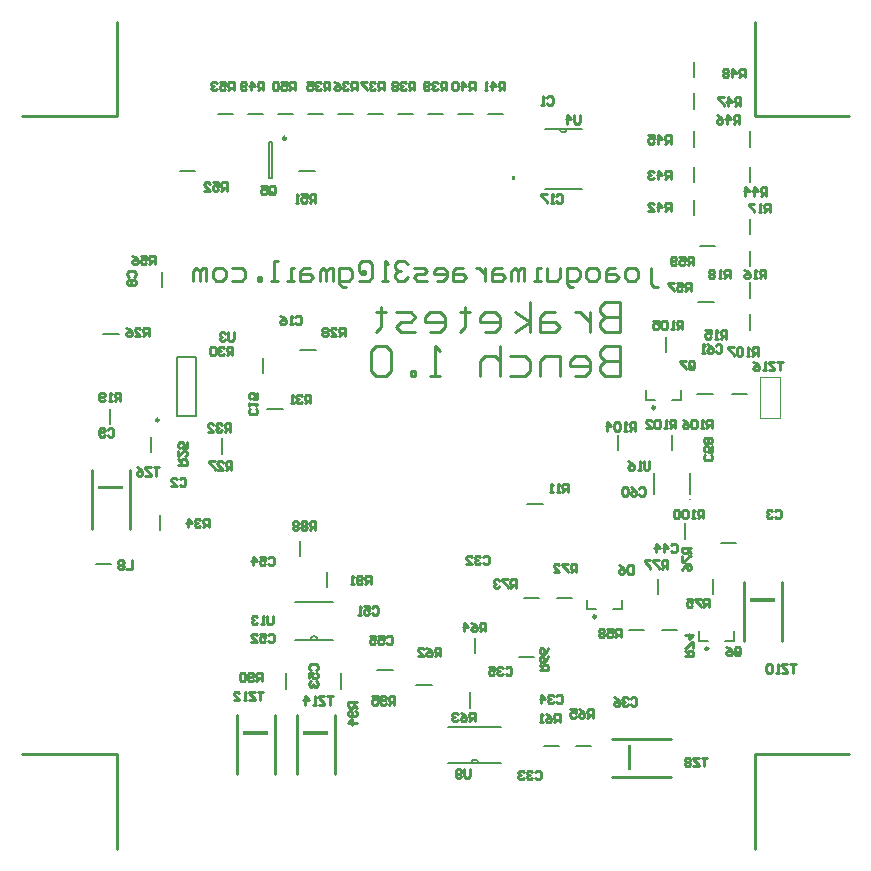
<source format=gbo>
G04 Layer_Color=32896*
%FSLAX44Y44*%
%MOMM*%
G71*
G01*
G75*
%ADD62C,0.1524*%
%ADD64C,0.2500*%
%ADD65C,0.2000*%
%ADD66C,0.2540*%
%ADD68C,0.0500*%
%ADD112C,0.1000*%
G36*
X258930Y96270D02*
X237900D01*
Y99302D01*
X258930D01*
Y96270D01*
D02*
G37*
G36*
X208130D02*
X187100D01*
Y99302D01*
X208130D01*
Y96270D01*
D02*
G37*
G36*
X515730Y66500D02*
X512698D01*
Y87529D01*
X515730D01*
Y66500D01*
D02*
G37*
G36*
X416852Y565845D02*
X414312D01*
Y569655D01*
X416852D01*
Y565845D01*
D02*
G37*
G36*
X85529Y304270D02*
X64500D01*
Y307302D01*
X85529D01*
Y304270D01*
D02*
G37*
G36*
X637529Y209270D02*
X616500D01*
Y212302D01*
X637529D01*
Y209270D01*
D02*
G37*
D62*
X454952Y609527D02*
G03*
X461048Y609527I3048J0D01*
G01*
X386048Y72506D02*
G03*
X379952Y72506I-3048J0D01*
G01*
X250048Y176998D02*
G03*
X243952Y176998I-3048J0D01*
G01*
X442447Y558473D02*
X473553D01*
X442447Y609527D02*
X473553D01*
X360521Y103494D02*
X405479D01*
X360521Y72506D02*
X405479D01*
X230998Y176998D02*
X263002D01*
X230998Y209002D02*
X263002D01*
D64*
X115750Y362950D02*
G03*
X115750Y362950I-1250J0D01*
G01*
X535750Y373500D02*
G03*
X535750Y373500I-1250J0D01*
G01*
X485750Y196500D02*
G03*
X485750Y196500I-1250J0D01*
G01*
X580750Y169500D02*
G03*
X580750Y169500I-1250J0D01*
G01*
X223250Y601500D02*
G03*
X223250Y601500I-1250J0D01*
G01*
D65*
X109000Y335500D02*
Y348500D01*
X235500Y422000D02*
X248500D01*
X131000Y416000D02*
X147000D01*
X131000Y366000D02*
X147000D01*
Y416000D01*
X131000Y366000D02*
Y416000D01*
X204000Y402500D02*
Y415500D01*
X600500Y385000D02*
X613500D01*
X165700Y622000D02*
X178700D01*
X241900D02*
X254900D01*
X191100D02*
X204100D01*
X216500D02*
X229500D01*
X234500Y574000D02*
X247500D01*
X267300Y622000D02*
X280300D01*
X292700D02*
X305700D01*
X318100D02*
X331100D01*
X343500D02*
X356500D01*
X368900D02*
X381900D01*
X394300D02*
X407300D01*
X569000Y653500D02*
Y666500D01*
Y626500D02*
Y639500D01*
X616000Y594500D02*
Y607500D01*
X569000Y594500D02*
Y607500D01*
X616000Y564500D02*
Y577500D01*
X569000Y564500D02*
Y577500D01*
Y536500D02*
Y549500D01*
X573500Y510000D02*
X586500D01*
X616000Y520500D02*
Y533500D01*
Y493500D02*
Y506500D01*
X572500Y463000D02*
X585500D01*
X616000Y466500D02*
Y479500D01*
Y439500D02*
Y452500D01*
X545000Y420500D02*
Y433500D01*
X528000Y380000D02*
Y388000D01*
Y380000D02*
X536000D01*
X558000D02*
Y388000D01*
X550000Y380000D02*
X558000D01*
X571500Y385000D02*
X584500D01*
X427500Y292000D02*
X440500D01*
X504000Y337500D02*
Y350500D01*
X550000Y337500D02*
Y350500D01*
X534500Y300000D02*
X535000D01*
X534500Y318000D02*
X535000D01*
X565000Y300000D02*
X565500D01*
X565000Y318000D02*
X565500D01*
Y300000D02*
Y318000D01*
X534500Y300000D02*
Y318000D01*
X561000Y262500D02*
Y275500D01*
X591500Y259000D02*
X604500D01*
X585000Y215500D02*
Y228500D01*
X538000Y215500D02*
Y228500D01*
X478000Y203000D02*
Y211000D01*
Y203000D02*
X486000D01*
X508000D02*
Y211000D01*
X500000Y203000D02*
X508000D01*
X424500Y212000D02*
X437500D01*
X452500D02*
X465500D01*
X573000Y176000D02*
Y184000D01*
Y176000D02*
X581000D01*
X603000D02*
Y184000D01*
X595000Y176000D02*
X603000D01*
X541500Y185000D02*
X554500D01*
X513500D02*
X526500D01*
X468500Y87000D02*
X481500D01*
X420500Y162000D02*
X433500D01*
X383000Y165500D02*
Y178500D01*
X441500Y87000D02*
X454500D01*
X379000Y119500D02*
Y132500D01*
X333500Y139000D02*
X346500D01*
X300500Y151000D02*
X313500D01*
X270000Y135500D02*
Y148500D01*
X223000Y135500D02*
Y148500D01*
X258000Y221500D02*
Y234500D01*
X235000Y247500D02*
Y260500D01*
X62500Y241000D02*
X75500D01*
X117000Y269500D02*
Y282500D01*
X207500Y372000D02*
X220500D01*
X169000Y334500D02*
Y347500D01*
X74000Y359500D02*
Y372500D01*
X68500Y436000D02*
X81500D01*
X118000Y475500D02*
Y488500D01*
X133500Y574000D02*
X146500D01*
X208500Y567500D02*
Y598500D01*
X211500Y567500D02*
Y598500D01*
X208500Y567500D02*
X211500D01*
X208500Y598500D02*
X211500D01*
D66*
X610960Y176000D02*
Y226000D01*
X643040Y176000D02*
Y226000D01*
X499000Y60960D02*
X549000D01*
X499000Y93040D02*
X549000D01*
X181560Y63000D02*
Y113000D01*
X213640Y63000D02*
Y113000D01*
X232360Y63000D02*
Y113000D01*
X264440Y63000D02*
Y113000D01*
X58960Y271000D02*
Y321000D01*
X91040Y271000D02*
Y321000D01*
X620000Y0D02*
Y80000D01*
X700000D01*
X620000Y620000D02*
X700000D01*
X620000D02*
Y700000D01*
X80000Y620000D02*
Y700000D01*
X0Y620000D02*
X80000D01*
X0Y80000D02*
X80000D01*
Y0D02*
Y80000D01*
X506460Y462498D02*
Y437106D01*
X493764D01*
X489532Y441338D01*
Y445570D01*
X493764Y449802D01*
X506460D01*
X493764D01*
X489532Y454034D01*
Y458266D01*
X493764Y462498D01*
X506460D01*
X481068Y454034D02*
Y437106D01*
Y445570D01*
X476836Y449802D01*
X472604Y454034D01*
X468372D01*
X451444D02*
X442980D01*
X438749Y449802D01*
Y437106D01*
X451444D01*
X455676Y441338D01*
X451444Y445570D01*
X438749D01*
X430285Y437106D02*
Y462498D01*
Y445570D02*
X417589Y454034D01*
X430285Y445570D02*
X417589Y437106D01*
X392197D02*
X400661D01*
X404893Y441338D01*
Y449802D01*
X400661Y454034D01*
X392197D01*
X387965Y449802D01*
Y445570D01*
X404893D01*
X375269Y458266D02*
Y454034D01*
X379501D01*
X371037D01*
X375269D01*
Y441338D01*
X371037Y437106D01*
X345645D02*
X354109D01*
X358341Y441338D01*
Y449802D01*
X354109Y454034D01*
X345645D01*
X341413Y449802D01*
Y445570D01*
X358341D01*
X332949Y437106D02*
X320253D01*
X316021Y441338D01*
X320253Y445570D01*
X328717D01*
X332949Y449802D01*
X328717Y454034D01*
X316021D01*
X303326Y458266D02*
Y454034D01*
X307558D01*
X299094D01*
X303326D01*
Y441338D01*
X299094Y437106D01*
X506460Y425932D02*
Y400540D01*
X493764D01*
X489532Y404772D01*
Y409004D01*
X493764Y413236D01*
X506460D01*
X493764D01*
X489532Y417468D01*
Y421700D01*
X493764Y425932D01*
X506460D01*
X468372Y400540D02*
X476836D01*
X481068Y404772D01*
Y413236D01*
X476836Y417468D01*
X468372D01*
X464140Y413236D01*
Y409004D01*
X481068D01*
X455676Y400540D02*
Y417468D01*
X442980D01*
X438749Y413236D01*
Y400540D01*
X413357Y417468D02*
X426053D01*
X430285Y413236D01*
Y404772D01*
X426053Y400540D01*
X413357D01*
X404893Y425932D02*
Y400540D01*
Y413236D01*
X400661Y417468D01*
X392197D01*
X387965Y413236D01*
Y400540D01*
X354109D02*
X345645D01*
X349877D01*
Y425932D01*
X354109Y421700D01*
X332949Y400540D02*
Y404772D01*
X328717D01*
Y400540D01*
X332949D01*
X311790Y421700D02*
X307558Y425932D01*
X299094D01*
X294862Y421700D01*
Y404772D01*
X299094Y400540D01*
X307558D01*
X311790Y404772D01*
Y421700D01*
X568000Y494000D02*
Y501110D01*
X564445D01*
X563260Y499925D01*
Y497555D01*
X564445Y496370D01*
X568000D01*
X565630D02*
X563260Y494000D01*
X556151Y501110D02*
X560890D01*
Y497555D01*
X558520Y498740D01*
X557336D01*
X556151Y497555D01*
Y495185D01*
X557336Y494000D01*
X559705D01*
X560890Y495185D01*
X553781D02*
X552596Y494000D01*
X550226D01*
X549041Y495185D01*
Y499925D01*
X550226Y501110D01*
X552596D01*
X553781Y499925D01*
Y498740D01*
X552596Y497555D01*
X549041D01*
X566000Y472000D02*
Y479110D01*
X562445D01*
X561260Y477925D01*
Y475555D01*
X562445Y474370D01*
X566000D01*
X563630D02*
X561260Y472000D01*
X554151Y479110D02*
X558890D01*
Y475555D01*
X556520Y476740D01*
X555336D01*
X554151Y475555D01*
Y473185D01*
X555336Y472000D01*
X557705D01*
X558890Y473185D01*
X551781Y479110D02*
X547041D01*
Y477925D01*
X551781Y473185D01*
Y472000D01*
X93000Y244110D02*
Y237000D01*
X88260D01*
X85890Y242925D02*
X84705Y244110D01*
X82335D01*
X81151Y242925D01*
Y241740D01*
X82335Y240555D01*
X81151Y239370D01*
Y238185D01*
X82335Y237000D01*
X84705D01*
X85890Y238185D01*
Y239370D01*
X84705Y240555D01*
X85890Y241740D01*
Y242925D01*
X84705Y240555D02*
X82335D01*
X599000Y483000D02*
Y490110D01*
X595445D01*
X594260Y488925D01*
Y486555D01*
X595445Y485370D01*
X599000D01*
X596630D02*
X594260Y483000D01*
X591890D02*
X589520D01*
X590705D01*
Y490110D01*
X591890Y488925D01*
X585966D02*
X584781Y490110D01*
X582411D01*
X581226Y488925D01*
Y487740D01*
X582411Y486555D01*
X581226Y485370D01*
Y484185D01*
X582411Y483000D01*
X584781D01*
X585966Y484185D01*
Y485370D01*
X584781Y486555D01*
X585966Y487740D01*
Y488925D01*
X584781Y486555D02*
X582411D01*
X633000Y539000D02*
Y546110D01*
X629445D01*
X628260Y544925D01*
Y542555D01*
X629445Y541370D01*
X633000D01*
X630630D02*
X628260Y539000D01*
X625890D02*
X623520D01*
X624705D01*
Y546110D01*
X625890Y544925D01*
X619966Y546110D02*
X615226D01*
Y544925D01*
X619966Y540185D01*
Y539000D01*
X629000Y483000D02*
Y490110D01*
X625445D01*
X624260Y488925D01*
Y486555D01*
X625445Y485370D01*
X629000D01*
X626630D02*
X624260Y483000D01*
X621890D02*
X619520D01*
X620705D01*
Y490110D01*
X621890Y488925D01*
X611226Y490110D02*
X613596Y488925D01*
X615966Y486555D01*
Y484185D01*
X614781Y483000D01*
X612411D01*
X611226Y484185D01*
Y485370D01*
X612411Y486555D01*
X615966D01*
X596000Y432000D02*
Y439110D01*
X592445D01*
X591260Y437925D01*
Y435555D01*
X592445Y434370D01*
X596000D01*
X593630D02*
X591260Y432000D01*
X588890D02*
X586520D01*
X587705D01*
Y439110D01*
X588890Y437925D01*
X578226Y439110D02*
X582966D01*
Y435555D01*
X580596Y436740D01*
X579411D01*
X578226Y435555D01*
Y433185D01*
X579411Y432000D01*
X581781D01*
X582966Y433185D01*
X531000Y328110D02*
Y322185D01*
X529815Y321000D01*
X527445D01*
X526260Y322185D01*
Y328110D01*
X523890Y321000D02*
X521520D01*
X522705D01*
Y328110D01*
X523890Y326925D01*
X513226Y328110D02*
X515596Y326925D01*
X517966Y324555D01*
Y322185D01*
X516781Y321000D01*
X514411D01*
X513226Y322185D01*
Y323370D01*
X514411Y324555D01*
X517966D01*
X212000Y197110D02*
Y191185D01*
X210815Y190000D01*
X208445D01*
X207260Y191185D01*
Y197110D01*
X204890Y190000D02*
X202520D01*
X203705D01*
Y197110D01*
X204890Y195925D01*
X198966D02*
X197781Y197110D01*
X195411D01*
X194226Y195925D01*
Y194740D01*
X195411Y193555D01*
X196596D01*
X195411D01*
X194226Y192370D01*
Y191185D01*
X195411Y190000D01*
X197781D01*
X198966Y191185D01*
X379000Y67110D02*
Y61185D01*
X377815Y60000D01*
X375445D01*
X374260Y61185D01*
Y67110D01*
X371890Y61185D02*
X370705Y60000D01*
X368335D01*
X367150Y61185D01*
Y65925D01*
X368335Y67110D01*
X370705D01*
X371890Y65925D01*
Y64740D01*
X370705Y63555D01*
X367150D01*
X472000Y621110D02*
Y615185D01*
X470815Y614000D01*
X468445D01*
X467260Y615185D01*
Y621110D01*
X461335Y614000D02*
Y621110D01*
X464890Y617555D01*
X460150D01*
X179000Y437110D02*
Y431185D01*
X177815Y430000D01*
X175445D01*
X174260Y431185D01*
Y437110D01*
X171890Y435925D02*
X170705Y437110D01*
X168335D01*
X167150Y435925D01*
Y434740D01*
X168335Y433555D01*
X169520D01*
X168335D01*
X167150Y432370D01*
Y431185D01*
X168335Y430000D01*
X170705D01*
X171890Y431185D01*
X644000Y412110D02*
X639260D01*
X641630D01*
Y405000D01*
X636890Y412110D02*
X632150D01*
Y410925D01*
X636890Y406185D01*
Y405000D01*
X632150D01*
X629781D02*
X627411D01*
X628596D01*
Y412110D01*
X629781Y410925D01*
X619116Y412110D02*
X621486Y410925D01*
X623856Y408555D01*
Y406185D01*
X622671Y405000D01*
X620301D01*
X619116Y406185D01*
Y407370D01*
X620301Y408555D01*
X623856D01*
X263000Y129110D02*
X258260D01*
X260630D01*
Y122000D01*
X255890Y129110D02*
X251150D01*
Y127925D01*
X255890Y123185D01*
Y122000D01*
X251150D01*
X248781D02*
X246411D01*
X247596D01*
Y129110D01*
X248781Y127925D01*
X239301Y122000D02*
Y129110D01*
X242856Y125555D01*
X238116D01*
X204000Y133110D02*
X199260D01*
X201630D01*
Y126000D01*
X196890Y133110D02*
X192150D01*
Y131925D01*
X196890Y127185D01*
Y126000D01*
X192150D01*
X189781D02*
X187411D01*
X188596D01*
Y133110D01*
X189781Y131925D01*
X179116Y126000D02*
X183856D01*
X179116Y130740D01*
Y131925D01*
X180301Y133110D01*
X182671D01*
X183856Y131925D01*
X655000Y156110D02*
X650260D01*
X652630D01*
Y149000D01*
X647890Y156110D02*
X643150D01*
Y154925D01*
X647890Y150185D01*
Y149000D01*
X643150D01*
X640781D02*
X638411D01*
X639596D01*
Y156110D01*
X640781Y154925D01*
X634856D02*
X633671Y156110D01*
X631301D01*
X630116Y154925D01*
Y150185D01*
X631301Y149000D01*
X633671D01*
X634856Y150185D01*
Y154925D01*
X580000Y77110D02*
X575260D01*
X577630D01*
Y70000D01*
X572890Y77110D02*
X568150D01*
Y75925D01*
X572890Y71185D01*
Y70000D01*
X568150D01*
X565781Y75925D02*
X564596Y77110D01*
X562226D01*
X561041Y75925D01*
Y74740D01*
X562226Y73555D01*
X561041Y72370D01*
Y71185D01*
X562226Y70000D01*
X564596D01*
X565781Y71185D01*
Y72370D01*
X564596Y73555D01*
X565781Y74740D01*
Y75925D01*
X564596Y73555D02*
X562226D01*
X116000Y323110D02*
X111260D01*
X113630D01*
Y316000D01*
X108890Y323110D02*
X104150D01*
Y321925D01*
X108890Y317185D01*
Y316000D01*
X104150D01*
X97041Y323110D02*
X99411Y321925D01*
X101781Y319555D01*
Y317185D01*
X100596Y316000D01*
X98226D01*
X97041Y317185D01*
Y318370D01*
X98226Y319555D01*
X101781D01*
X622729Y417556D02*
Y424666D01*
X619174D01*
X617989Y423481D01*
Y421111D01*
X619174Y419926D01*
X622729D01*
X620359D02*
X617989Y417556D01*
X615619D02*
X613250D01*
X614435D01*
Y424666D01*
X615619Y423481D01*
X609695D02*
X608510Y424666D01*
X606140D01*
X604955Y423481D01*
Y418741D01*
X606140Y417556D01*
X608510D01*
X609695Y418741D01*
Y423481D01*
X602585Y424666D02*
X597845D01*
Y423481D01*
X602585Y418741D01*
Y417556D01*
X584000Y356000D02*
Y363110D01*
X580445D01*
X579260Y361925D01*
Y359555D01*
X580445Y358370D01*
X584000D01*
X581630D02*
X579260Y356000D01*
X576890D02*
X574520D01*
X575705D01*
Y363110D01*
X576890Y361925D01*
X570966D02*
X569781Y363110D01*
X567411D01*
X566226Y361925D01*
Y357185D01*
X567411Y356000D01*
X569781D01*
X570966Y357185D01*
Y361925D01*
X559116Y363110D02*
X561486Y361925D01*
X563856Y359555D01*
Y357185D01*
X562671Y356000D01*
X560301D01*
X559116Y357185D01*
Y358370D01*
X560301Y359555D01*
X563856D01*
X559000Y440000D02*
Y447110D01*
X555445D01*
X554260Y445925D01*
Y443555D01*
X555445Y442370D01*
X559000D01*
X556630D02*
X554260Y440000D01*
X551890D02*
X549520D01*
X550705D01*
Y447110D01*
X551890Y445925D01*
X545966D02*
X544781Y447110D01*
X542411D01*
X541226Y445925D01*
Y441185D01*
X542411Y440000D01*
X544781D01*
X545966Y441185D01*
Y445925D01*
X534116Y447110D02*
X538856D01*
Y443555D01*
X536486Y444740D01*
X535301D01*
X534116Y443555D01*
Y441185D01*
X535301Y440000D01*
X537671D01*
X538856Y441185D01*
X519000Y354000D02*
Y361110D01*
X515445D01*
X514260Y359925D01*
Y357555D01*
X515445Y356370D01*
X519000D01*
X516630D02*
X514260Y354000D01*
X511890D02*
X509520D01*
X510705D01*
Y361110D01*
X511890Y359925D01*
X505966D02*
X504781Y361110D01*
X502411D01*
X501226Y359925D01*
Y355185D01*
X502411Y354000D01*
X504781D01*
X505966Y355185D01*
Y359925D01*
X495301Y354000D02*
Y361110D01*
X498856Y357555D01*
X494116D01*
X553000Y356000D02*
Y363110D01*
X549445D01*
X548260Y361925D01*
Y359555D01*
X549445Y358370D01*
X553000D01*
X550630D02*
X548260Y356000D01*
X545890D02*
X543520D01*
X544705D01*
Y363110D01*
X545890Y361925D01*
X539966D02*
X538781Y363110D01*
X536411D01*
X535226Y361925D01*
Y357185D01*
X536411Y356000D01*
X538781D01*
X539966Y357185D01*
Y361925D01*
X528116Y356000D02*
X532856D01*
X528116Y360740D01*
Y361925D01*
X529301Y363110D01*
X531671D01*
X532856Y361925D01*
X576455Y279767D02*
Y286877D01*
X572900D01*
X571716Y285692D01*
Y283322D01*
X572900Y282137D01*
X576455D01*
X574085D02*
X571716Y279767D01*
X569346D02*
X566976D01*
X568161D01*
Y286877D01*
X569346Y285692D01*
X563421D02*
X562236Y286877D01*
X559866D01*
X558681Y285692D01*
Y280952D01*
X559866Y279767D01*
X562236D01*
X563421Y280952D01*
Y285692D01*
X556311D02*
X555126Y286877D01*
X552756D01*
X551571Y285692D01*
Y280952D01*
X552756Y279767D01*
X555126D01*
X556311Y280952D01*
Y285692D01*
X315000Y122000D02*
Y129110D01*
X311445D01*
X310260Y127925D01*
Y125555D01*
X311445Y124370D01*
X315000D01*
X312630D02*
X310260Y122000D01*
X307890Y123185D02*
X306705Y122000D01*
X304335D01*
X303151Y123185D01*
Y127925D01*
X304335Y129110D01*
X306705D01*
X307890Y127925D01*
Y126740D01*
X306705Y125555D01*
X303151D01*
X296041Y129110D02*
X300781D01*
Y125555D01*
X298411Y126740D01*
X297226D01*
X296041Y125555D01*
Y123185D01*
X297226Y122000D01*
X299596D01*
X300781Y123185D01*
X283000Y124000D02*
X275890D01*
Y120445D01*
X277075Y119260D01*
X279445D01*
X280630Y120445D01*
Y124000D01*
Y121630D02*
X283000Y119260D01*
X281815Y116890D02*
X283000Y115705D01*
Y113336D01*
X281815Y112150D01*
X277075D01*
X275890Y113336D01*
Y115705D01*
X277075Y116890D01*
X278260D01*
X279445Y115705D01*
Y112150D01*
X283000Y106226D02*
X275890D01*
X279445Y109781D01*
Y105041D01*
X295000Y224000D02*
Y231110D01*
X291445D01*
X290260Y229925D01*
Y227555D01*
X291445Y226370D01*
X295000D01*
X292630D02*
X290260Y224000D01*
X287890Y225185D02*
X286705Y224000D01*
X284335D01*
X283151Y225185D01*
Y229925D01*
X284335Y231110D01*
X286705D01*
X287890Y229925D01*
Y228740D01*
X286705Y227555D01*
X283151D01*
X280781Y224000D02*
X278411D01*
X279596D01*
Y231110D01*
X280781Y229925D01*
X203000Y142000D02*
Y149110D01*
X199445D01*
X198260Y147925D01*
Y145555D01*
X199445Y144370D01*
X203000D01*
X200630D02*
X198260Y142000D01*
X195890Y143185D02*
X194705Y142000D01*
X192335D01*
X191150Y143185D01*
Y147925D01*
X192335Y149110D01*
X194705D01*
X195890Y147925D01*
Y146740D01*
X194705Y145555D01*
X191150D01*
X188781Y147925D02*
X187596Y149110D01*
X185226D01*
X184041Y147925D01*
Y143185D01*
X185226Y142000D01*
X187596D01*
X188781Y143185D01*
Y147925D01*
X248000Y270000D02*
Y277110D01*
X244445D01*
X243260Y275925D01*
Y273555D01*
X244445Y272370D01*
X248000D01*
X245630D02*
X243260Y270000D01*
X240890Y275925D02*
X239705Y277110D01*
X237335D01*
X236150Y275925D01*
Y274740D01*
X237335Y273555D01*
X236150Y272370D01*
Y271185D01*
X237335Y270000D01*
X239705D01*
X240890Y271185D01*
Y272370D01*
X239705Y273555D01*
X240890Y274740D01*
Y275925D01*
X239705Y273555D02*
X237335D01*
X233781Y275925D02*
X232596Y277110D01*
X230226D01*
X229041Y275925D01*
Y274740D01*
X230226Y273555D01*
X229041Y272370D01*
Y271185D01*
X230226Y270000D01*
X232596D01*
X233781Y271185D01*
Y272370D01*
X232596Y273555D01*
X233781Y274740D01*
Y275925D01*
X232596Y273555D02*
X230226D01*
X546000Y237000D02*
Y244110D01*
X542445D01*
X541260Y242925D01*
Y240555D01*
X542445Y239370D01*
X546000D01*
X543630D02*
X541260Y237000D01*
X538890Y244110D02*
X534151D01*
Y242925D01*
X538890Y238185D01*
Y237000D01*
X531781Y244110D02*
X527041D01*
Y242925D01*
X531781Y238185D01*
Y237000D01*
X566000Y255000D02*
X558890D01*
Y251445D01*
X560075Y250260D01*
X562445D01*
X563630Y251445D01*
Y255000D01*
Y252630D02*
X566000Y250260D01*
X558890Y247890D02*
Y243151D01*
X560075D01*
X564815Y247890D01*
X566000D01*
X558890Y236041D02*
X560075Y238411D01*
X562445Y240781D01*
X564815D01*
X566000Y239596D01*
Y237226D01*
X564815Y236041D01*
X563630D01*
X562445Y237226D01*
Y240781D01*
X581500Y204749D02*
Y211859D01*
X577945D01*
X576760Y210674D01*
Y208304D01*
X577945Y207119D01*
X581500D01*
X579130D02*
X576760Y204749D01*
X574390Y211859D02*
X569650D01*
Y210674D01*
X574390Y205934D01*
Y204749D01*
X562541Y211859D02*
X567281D01*
Y208304D01*
X564911Y209489D01*
X563726D01*
X562541Y208304D01*
Y205934D01*
X563726Y204749D01*
X566096D01*
X567281Y205934D01*
X561000Y163000D02*
X568110D01*
Y166555D01*
X566925Y167740D01*
X564555D01*
X563370Y166555D01*
Y163000D01*
Y165370D02*
X561000Y167740D01*
X568110Y170110D02*
Y174849D01*
X566925D01*
X562185Y170110D01*
X561000D01*
Y180774D02*
X568110D01*
X564555Y177219D01*
Y181959D01*
X418000Y221000D02*
Y228110D01*
X414445D01*
X413260Y226925D01*
Y224555D01*
X414445Y223370D01*
X418000D01*
X415630D02*
X413260Y221000D01*
X410890Y228110D02*
X406151D01*
Y226925D01*
X410890Y222185D01*
Y221000D01*
X403781Y226925D02*
X402596Y228110D01*
X400226D01*
X399041Y226925D01*
Y225740D01*
X400226Y224555D01*
X401411D01*
X400226D01*
X399041Y223370D01*
Y222185D01*
X400226Y221000D01*
X402596D01*
X403781Y222185D01*
X469000Y234000D02*
Y241110D01*
X465445D01*
X464260Y239925D01*
Y237555D01*
X465445Y236370D01*
X469000D01*
X466630D02*
X464260Y234000D01*
X461890Y241110D02*
X457150D01*
Y239925D01*
X461890Y235185D01*
Y234000D01*
X450041D02*
X454781D01*
X450041Y238740D01*
Y239925D01*
X451226Y241110D01*
X453596D01*
X454781Y239925D01*
X438000Y151000D02*
X445110D01*
Y154555D01*
X443925Y155740D01*
X441555D01*
X440370Y154555D01*
Y151000D01*
Y153370D02*
X438000Y155740D01*
X445110Y162850D02*
X443925Y160480D01*
X441555Y158110D01*
X439185D01*
X438000Y159295D01*
Y161665D01*
X439185Y162850D01*
X440370D01*
X441555Y161665D01*
Y158110D01*
X445110Y169959D02*
X443925Y167589D01*
X441555Y165219D01*
X439185D01*
X438000Y166404D01*
Y168774D01*
X439185Y169959D01*
X440370D01*
X441555Y168774D01*
Y165219D01*
X483000Y111000D02*
Y118110D01*
X479445D01*
X478260Y116925D01*
Y114555D01*
X479445Y113370D01*
X483000D01*
X480630D02*
X478260Y111000D01*
X471151Y118110D02*
X473520Y116925D01*
X475890Y114555D01*
Y112185D01*
X474705Y111000D01*
X472336D01*
X471151Y112185D01*
Y113370D01*
X472336Y114555D01*
X475890D01*
X464041Y118110D02*
X468781D01*
Y114555D01*
X466411Y115740D01*
X465226D01*
X464041Y114555D01*
Y112185D01*
X465226Y111000D01*
X467596D01*
X468781Y112185D01*
X392000Y184000D02*
Y191110D01*
X388445D01*
X387260Y189925D01*
Y187555D01*
X388445Y186370D01*
X392000D01*
X389630D02*
X387260Y184000D01*
X380150Y191110D02*
X382520Y189925D01*
X384890Y187555D01*
Y185185D01*
X383705Y184000D01*
X381335D01*
X380150Y185185D01*
Y186370D01*
X381335Y187555D01*
X384890D01*
X374226Y184000D02*
Y191110D01*
X377781Y187555D01*
X373041D01*
X383000Y108000D02*
Y115110D01*
X379445D01*
X378260Y113925D01*
Y111555D01*
X379445Y110370D01*
X383000D01*
X380630D02*
X378260Y108000D01*
X371151Y115110D02*
X373520Y113925D01*
X375890Y111555D01*
Y109185D01*
X374705Y108000D01*
X372336D01*
X371151Y109185D01*
Y110370D01*
X372336Y111555D01*
X375890D01*
X368781Y113925D02*
X367596Y115110D01*
X365226D01*
X364041Y113925D01*
Y112740D01*
X365226Y111555D01*
X366411D01*
X365226D01*
X364041Y110370D01*
Y109185D01*
X365226Y108000D01*
X367596D01*
X368781Y109185D01*
X354000Y163000D02*
Y170110D01*
X350445D01*
X349260Y168925D01*
Y166555D01*
X350445Y165370D01*
X354000D01*
X351630D02*
X349260Y163000D01*
X342150Y170110D02*
X344520Y168925D01*
X346890Y166555D01*
Y164185D01*
X345705Y163000D01*
X343335D01*
X342150Y164185D01*
Y165370D01*
X343335Y166555D01*
X346890D01*
X335041Y163000D02*
X339781D01*
X335041Y167740D01*
Y168925D01*
X336226Y170110D01*
X338596D01*
X339781Y168925D01*
X455000Y107000D02*
Y114110D01*
X451445D01*
X450260Y112925D01*
Y110555D01*
X451445Y109370D01*
X455000D01*
X452630D02*
X450260Y107000D01*
X443150Y114110D02*
X445520Y112925D01*
X447890Y110555D01*
Y108185D01*
X446705Y107000D01*
X444336D01*
X443150Y108185D01*
Y109370D01*
X444336Y110555D01*
X447890D01*
X440781Y107000D02*
X438411D01*
X439596D01*
Y114110D01*
X440781Y112925D01*
X507000Y179000D02*
Y186110D01*
X503445D01*
X502260Y184925D01*
Y182555D01*
X503445Y181370D01*
X507000D01*
X504630D02*
X502260Y179000D01*
X495150Y186110D02*
X499890D01*
Y182555D01*
X497520Y183740D01*
X496335D01*
X495150Y182555D01*
Y180185D01*
X496335Y179000D01*
X498705D01*
X499890Y180185D01*
X492781Y184925D02*
X491596Y186110D01*
X489226D01*
X488041Y184925D01*
Y183740D01*
X489226Y182555D01*
X488041Y181370D01*
Y180185D01*
X489226Y179000D01*
X491596D01*
X492781Y180185D01*
Y181370D01*
X491596Y182555D01*
X492781Y183740D01*
Y184925D01*
X491596Y182555D02*
X489226D01*
X112000Y495000D02*
Y502110D01*
X108445D01*
X107260Y500925D01*
Y498555D01*
X108445Y497370D01*
X112000D01*
X109630D02*
X107260Y495000D01*
X100150Y502110D02*
X104890D01*
Y498555D01*
X102520Y499740D01*
X101335D01*
X100150Y498555D01*
Y496185D01*
X101335Y495000D01*
X103705D01*
X104890Y496185D01*
X93041Y502110D02*
X95411Y500925D01*
X97781Y498555D01*
Y496185D01*
X96596Y495000D01*
X94226D01*
X93041Y496185D01*
Y497370D01*
X94226Y498555D01*
X97781D01*
X179000Y642000D02*
Y649110D01*
X175445D01*
X174260Y647925D01*
Y645555D01*
X175445Y644370D01*
X179000D01*
X176630D02*
X174260Y642000D01*
X167150Y649110D02*
X171890D01*
Y645555D01*
X169520Y646740D01*
X168335D01*
X167150Y645555D01*
Y643185D01*
X168335Y642000D01*
X170705D01*
X171890Y643185D01*
X164781Y647925D02*
X163596Y649110D01*
X161226D01*
X160041Y647925D01*
Y646740D01*
X161226Y645555D01*
X162411D01*
X161226D01*
X160041Y644370D01*
Y643185D01*
X161226Y642000D01*
X163596D01*
X164781Y643185D01*
X173000Y557000D02*
Y564110D01*
X169445D01*
X168260Y562925D01*
Y560555D01*
X169445Y559370D01*
X173000D01*
X170630D02*
X168260Y557000D01*
X161150Y564110D02*
X165890D01*
Y560555D01*
X163520Y561740D01*
X162335D01*
X161150Y560555D01*
Y558185D01*
X162335Y557000D01*
X164705D01*
X165890Y558185D01*
X154041Y557000D02*
X158781D01*
X154041Y561740D01*
Y562925D01*
X155226Y564110D01*
X157596D01*
X158781Y562925D01*
X248000Y547000D02*
Y554110D01*
X244445D01*
X243260Y552925D01*
Y550555D01*
X244445Y549370D01*
X248000D01*
X245630D02*
X243260Y547000D01*
X236150Y554110D02*
X240890D01*
Y550555D01*
X238520Y551740D01*
X237335D01*
X236150Y550555D01*
Y548185D01*
X237335Y547000D01*
X239705D01*
X240890Y548185D01*
X233781Y547000D02*
X231411D01*
X232596D01*
Y554110D01*
X233781Y552925D01*
X231000Y642000D02*
Y649110D01*
X227445D01*
X226260Y647925D01*
Y645555D01*
X227445Y644370D01*
X231000D01*
X228630D02*
X226260Y642000D01*
X219151Y649110D02*
X223890D01*
Y645555D01*
X221520Y646740D01*
X220335D01*
X219151Y645555D01*
Y643185D01*
X220335Y642000D01*
X222705D01*
X223890Y643185D01*
X216781Y647925D02*
X215596Y649110D01*
X213226D01*
X212041Y647925D01*
Y643185D01*
X213226Y642000D01*
X215596D01*
X216781Y643185D01*
Y647925D01*
X204000Y642000D02*
Y649110D01*
X200445D01*
X199260Y647925D01*
Y645555D01*
X200445Y644370D01*
X204000D01*
X201630D02*
X199260Y642000D01*
X193335D02*
Y649110D01*
X196890Y645555D01*
X192150D01*
X189781Y643185D02*
X188596Y642000D01*
X186226D01*
X185041Y643185D01*
Y647925D01*
X186226Y649110D01*
X188596D01*
X189781Y647925D01*
Y646740D01*
X188596Y645555D01*
X185041D01*
X612000Y653000D02*
Y660110D01*
X608445D01*
X607260Y658925D01*
Y656555D01*
X608445Y655370D01*
X612000D01*
X609630D02*
X607260Y653000D01*
X601335D02*
Y660110D01*
X604890Y656555D01*
X600150D01*
X597781Y658925D02*
X596596Y660110D01*
X594226D01*
X593041Y658925D01*
Y657740D01*
X594226Y656555D01*
X593041Y655370D01*
Y654185D01*
X594226Y653000D01*
X596596D01*
X597781Y654185D01*
Y655370D01*
X596596Y656555D01*
X597781Y657740D01*
Y658925D01*
X596596Y656555D02*
X594226D01*
X608000Y629000D02*
Y636110D01*
X604445D01*
X603260Y634925D01*
Y632555D01*
X604445Y631370D01*
X608000D01*
X605630D02*
X603260Y629000D01*
X597336D02*
Y636110D01*
X600890Y632555D01*
X596151D01*
X593781Y636110D02*
X589041D01*
Y634925D01*
X593781Y630185D01*
Y629000D01*
X607000Y614000D02*
Y621110D01*
X603445D01*
X602260Y619925D01*
Y617555D01*
X603445Y616370D01*
X607000D01*
X604630D02*
X602260Y614000D01*
X596335D02*
Y621110D01*
X599890Y617555D01*
X595150D01*
X588041Y621110D02*
X590411Y619925D01*
X592781Y617555D01*
Y615185D01*
X591596Y614000D01*
X589226D01*
X588041Y615185D01*
Y616370D01*
X589226Y617555D01*
X592781D01*
X549000Y597000D02*
Y604110D01*
X545445D01*
X544260Y602925D01*
Y600555D01*
X545445Y599370D01*
X549000D01*
X546630D02*
X544260Y597000D01*
X538335D02*
Y604110D01*
X541890Y600555D01*
X537150D01*
X530041Y604110D02*
X534781D01*
Y600555D01*
X532411Y601740D01*
X531226D01*
X530041Y600555D01*
Y598185D01*
X531226Y597000D01*
X533596D01*
X534781Y598185D01*
X630000Y553000D02*
Y560110D01*
X626445D01*
X625260Y558925D01*
Y556555D01*
X626445Y555370D01*
X630000D01*
X627630D02*
X625260Y553000D01*
X619336D02*
Y560110D01*
X622890Y556555D01*
X618150D01*
X612226Y553000D02*
Y560110D01*
X615781Y556555D01*
X611041D01*
X549000Y567000D02*
Y574110D01*
X545445D01*
X544260Y572925D01*
Y570555D01*
X545445Y569370D01*
X549000D01*
X546630D02*
X544260Y567000D01*
X538335D02*
Y574110D01*
X541890Y570555D01*
X537150D01*
X534781Y572925D02*
X533596Y574110D01*
X531226D01*
X530041Y572925D01*
Y571740D01*
X531226Y570555D01*
X532411D01*
X531226D01*
X530041Y569370D01*
Y568185D01*
X531226Y567000D01*
X533596D01*
X534781Y568185D01*
X549000Y540000D02*
Y547110D01*
X545445D01*
X544260Y545925D01*
Y543555D01*
X545445Y542370D01*
X549000D01*
X546630D02*
X544260Y540000D01*
X538335D02*
Y547110D01*
X541890Y543555D01*
X537150D01*
X530041Y540000D02*
X534781D01*
X530041Y544740D01*
Y545925D01*
X531226Y547110D01*
X533596D01*
X534781Y545925D01*
X408000Y642000D02*
Y649110D01*
X404445D01*
X403260Y647925D01*
Y645555D01*
X404445Y644370D01*
X408000D01*
X405630D02*
X403260Y642000D01*
X397336D02*
Y649110D01*
X400890Y645555D01*
X396151D01*
X393781Y642000D02*
X391411D01*
X392596D01*
Y649110D01*
X393781Y647925D01*
X383000Y642000D02*
Y649110D01*
X379445D01*
X378260Y647925D01*
Y645555D01*
X379445Y644370D01*
X383000D01*
X380630D02*
X378260Y642000D01*
X372336D02*
Y649110D01*
X375890Y645555D01*
X371151D01*
X368781Y647925D02*
X367596Y649110D01*
X365226D01*
X364041Y647925D01*
Y643185D01*
X365226Y642000D01*
X367596D01*
X368781Y643185D01*
Y647925D01*
X359000Y642000D02*
Y649110D01*
X355445D01*
X354260Y647925D01*
Y645555D01*
X355445Y644370D01*
X359000D01*
X356630D02*
X354260Y642000D01*
X351890Y647925D02*
X350705Y649110D01*
X348335D01*
X347150Y647925D01*
Y646740D01*
X348335Y645555D01*
X349520D01*
X348335D01*
X347150Y644370D01*
Y643185D01*
X348335Y642000D01*
X350705D01*
X351890Y643185D01*
X344781D02*
X343596Y642000D01*
X341226D01*
X340041Y643185D01*
Y647925D01*
X341226Y649110D01*
X343596D01*
X344781Y647925D01*
Y646740D01*
X343596Y645555D01*
X340041D01*
X332000Y642000D02*
Y649110D01*
X328445D01*
X327260Y647925D01*
Y645555D01*
X328445Y644370D01*
X332000D01*
X329630D02*
X327260Y642000D01*
X324890Y647925D02*
X323705Y649110D01*
X321335D01*
X320150Y647925D01*
Y646740D01*
X321335Y645555D01*
X322520D01*
X321335D01*
X320150Y644370D01*
Y643185D01*
X321335Y642000D01*
X323705D01*
X324890Y643185D01*
X317781Y647925D02*
X316596Y649110D01*
X314226D01*
X313041Y647925D01*
Y646740D01*
X314226Y645555D01*
X313041Y644370D01*
Y643185D01*
X314226Y642000D01*
X316596D01*
X317781Y643185D01*
Y644370D01*
X316596Y645555D01*
X317781Y646740D01*
Y647925D01*
X316596Y645555D02*
X314226D01*
X306000Y642000D02*
Y649110D01*
X302445D01*
X301260Y647925D01*
Y645555D01*
X302445Y644370D01*
X306000D01*
X303630D02*
X301260Y642000D01*
X298890Y647925D02*
X297705Y649110D01*
X295336D01*
X294151Y647925D01*
Y646740D01*
X295336Y645555D01*
X296520D01*
X295336D01*
X294151Y644370D01*
Y643185D01*
X295336Y642000D01*
X297705D01*
X298890Y643185D01*
X291781Y649110D02*
X287041D01*
Y647925D01*
X291781Y643185D01*
Y642000D01*
X283000D02*
Y649110D01*
X279445D01*
X278260Y647925D01*
Y645555D01*
X279445Y644370D01*
X283000D01*
X280630D02*
X278260Y642000D01*
X275890Y647925D02*
X274705Y649110D01*
X272335D01*
X271150Y647925D01*
Y646740D01*
X272335Y645555D01*
X273520D01*
X272335D01*
X271150Y644370D01*
Y643185D01*
X272335Y642000D01*
X274705D01*
X275890Y643185D01*
X264041Y649110D02*
X266411Y647925D01*
X268781Y645555D01*
Y643185D01*
X267596Y642000D01*
X265226D01*
X264041Y643185D01*
Y644370D01*
X265226Y645555D01*
X268781D01*
X260000Y642000D02*
Y649110D01*
X256445D01*
X255260Y647925D01*
Y645555D01*
X256445Y644370D01*
X260000D01*
X257630D02*
X255260Y642000D01*
X252890Y647925D02*
X251705Y649110D01*
X249335D01*
X248151Y647925D01*
Y646740D01*
X249335Y645555D01*
X250520D01*
X249335D01*
X248151Y644370D01*
Y643185D01*
X249335Y642000D01*
X251705D01*
X252890Y643185D01*
X241041Y649110D02*
X245781D01*
Y645555D01*
X243411Y646740D01*
X242226D01*
X241041Y645555D01*
Y643185D01*
X242226Y642000D01*
X244596D01*
X245781Y643185D01*
X158000Y272000D02*
Y279110D01*
X154445D01*
X153260Y277925D01*
Y275555D01*
X154445Y274370D01*
X158000D01*
X155630D02*
X153260Y272000D01*
X150890Y277925D02*
X149705Y279110D01*
X147335D01*
X146151Y277925D01*
Y276740D01*
X147335Y275555D01*
X148520D01*
X147335D01*
X146151Y274370D01*
Y273185D01*
X147335Y272000D01*
X149705D01*
X150890Y273185D01*
X140226Y272000D02*
Y279110D01*
X143781Y275555D01*
X139041D01*
X176000Y353000D02*
Y360110D01*
X172445D01*
X171260Y358925D01*
Y356555D01*
X172445Y355370D01*
X176000D01*
X173630D02*
X171260Y353000D01*
X168890Y358925D02*
X167705Y360110D01*
X165336D01*
X164151Y358925D01*
Y357740D01*
X165336Y356555D01*
X166520D01*
X165336D01*
X164151Y355370D01*
Y354185D01*
X165336Y353000D01*
X167705D01*
X168890Y354185D01*
X157041Y353000D02*
X161781D01*
X157041Y357740D01*
Y358925D01*
X158226Y360110D01*
X160596D01*
X161781Y358925D01*
X244000Y377000D02*
Y384110D01*
X240445D01*
X239260Y382925D01*
Y380555D01*
X240445Y379370D01*
X244000D01*
X241630D02*
X239260Y377000D01*
X236890Y382925D02*
X235705Y384110D01*
X233335D01*
X232150Y382925D01*
Y381740D01*
X233335Y380555D01*
X234520D01*
X233335D01*
X232150Y379370D01*
Y378185D01*
X233335Y377000D01*
X235705D01*
X236890Y378185D01*
X229781Y377000D02*
X227411D01*
X228596D01*
Y384110D01*
X229781Y382925D01*
X178000Y418000D02*
Y425110D01*
X174445D01*
X173260Y423925D01*
Y421555D01*
X174445Y420370D01*
X178000D01*
X175630D02*
X173260Y418000D01*
X170890Y423925D02*
X169705Y425110D01*
X167335D01*
X166150Y423925D01*
Y422740D01*
X167335Y421555D01*
X168520D01*
X167335D01*
X166150Y420370D01*
Y419185D01*
X167335Y418000D01*
X169705D01*
X170890Y419185D01*
X163781Y423925D02*
X162596Y425110D01*
X160226D01*
X159041Y423925D01*
Y419185D01*
X160226Y418000D01*
X162596D01*
X163781Y419185D01*
Y423925D01*
X273000Y434000D02*
Y441110D01*
X269445D01*
X268260Y439925D01*
Y437555D01*
X269445Y436370D01*
X273000D01*
X270630D02*
X268260Y434000D01*
X261150D02*
X265890D01*
X261150Y438740D01*
Y439925D01*
X262335Y441110D01*
X264705D01*
X265890Y439925D01*
X258781D02*
X257596Y441110D01*
X255226D01*
X254041Y439925D01*
Y438740D01*
X255226Y437555D01*
X254041Y436370D01*
Y435185D01*
X255226Y434000D01*
X257596D01*
X258781Y435185D01*
Y436370D01*
X257596Y437555D01*
X258781Y438740D01*
Y439925D01*
X257596Y437555D02*
X255226D01*
X177000Y321000D02*
Y328110D01*
X173445D01*
X172260Y326925D01*
Y324555D01*
X173445Y323370D01*
X177000D01*
X174630D02*
X172260Y321000D01*
X165151D02*
X169890D01*
X165151Y325740D01*
Y326925D01*
X166336Y328110D01*
X168705D01*
X169890Y326925D01*
X162781Y328110D02*
X158041D01*
Y326925D01*
X162781Y322185D01*
Y321000D01*
X107000Y434000D02*
Y441110D01*
X103445D01*
X102260Y439925D01*
Y437555D01*
X103445Y436370D01*
X107000D01*
X104630D02*
X102260Y434000D01*
X95150D02*
X99890D01*
X95150Y438740D01*
Y439925D01*
X96335Y441110D01*
X98705D01*
X99890Y439925D01*
X88041Y441110D02*
X90411Y439925D01*
X92781Y437555D01*
Y435185D01*
X91596Y434000D01*
X89226D01*
X88041Y435185D01*
Y436370D01*
X89226Y437555D01*
X92781D01*
X132000Y325000D02*
X139110D01*
Y328555D01*
X137925Y329740D01*
X135555D01*
X134370Y328555D01*
Y325000D01*
Y327370D02*
X132000Y329740D01*
Y336850D02*
Y332110D01*
X136740Y336850D01*
X137925D01*
X139110Y335665D01*
Y333295D01*
X137925Y332110D01*
X139110Y343959D02*
Y339219D01*
X135555D01*
X136740Y341589D01*
Y342774D01*
X135555Y343959D01*
X133185D01*
X132000Y342774D01*
Y340404D01*
X133185Y339219D01*
X83000Y379000D02*
Y386110D01*
X79445D01*
X78260Y384925D01*
Y382555D01*
X79445Y381370D01*
X83000D01*
X80630D02*
X78260Y379000D01*
X75890D02*
X73520D01*
X74705D01*
Y386110D01*
X75890Y384925D01*
X69966Y380185D02*
X68781Y379000D01*
X66411D01*
X65226Y380185D01*
Y384925D01*
X66411Y386110D01*
X68781D01*
X69966Y384925D01*
Y383740D01*
X68781Y382555D01*
X65226D01*
X462000Y302000D02*
Y309110D01*
X458445D01*
X457260Y307925D01*
Y305555D01*
X458445Y304370D01*
X462000D01*
X459630D02*
X457260Y302000D01*
X454890D02*
X452520D01*
X453705D01*
Y309110D01*
X454890Y307925D01*
X448965Y302000D02*
X446596D01*
X447781D01*
Y309110D01*
X448965Y307925D01*
X564260Y407185D02*
Y411925D01*
X565445Y413110D01*
X567815D01*
X569000Y411925D01*
Y407185D01*
X567815Y406000D01*
X565445D01*
X566630Y408370D02*
X564260Y406000D01*
X565445D02*
X564260Y407185D01*
X561890Y413110D02*
X557150D01*
Y411925D01*
X561890Y407185D01*
Y406000D01*
X603260Y165185D02*
Y169925D01*
X604445Y171110D01*
X606815D01*
X608000Y169925D01*
Y165185D01*
X606815Y164000D01*
X604445D01*
X605630Y166370D02*
X603260Y164000D01*
X604445D02*
X603260Y165185D01*
X596151Y171110D02*
X598520Y169925D01*
X600890Y167555D01*
Y165185D01*
X599705Y164000D01*
X597336D01*
X596151Y165185D01*
Y166370D01*
X597336Y167555D01*
X600890D01*
X209260Y555185D02*
Y559925D01*
X210445Y561110D01*
X212815D01*
X214000Y559925D01*
Y555185D01*
X212815Y554000D01*
X210445D01*
X211630Y556370D02*
X209260Y554000D01*
X210445D02*
X209260Y555185D01*
X202150Y561110D02*
X206890D01*
Y557555D01*
X204520Y558740D01*
X203335D01*
X202150Y557555D01*
Y555185D01*
X203335Y554000D01*
X205705D01*
X206890Y555185D01*
X517000Y240110D02*
Y233000D01*
X513445D01*
X512260Y234185D01*
Y238925D01*
X513445Y240110D01*
X517000D01*
X505150D02*
X507520Y238925D01*
X509890Y236555D01*
Y234185D01*
X508705Y233000D01*
X506335D01*
X505150Y234185D01*
Y235370D01*
X506335Y236555D01*
X509890D01*
X587260Y425925D02*
X588445Y427110D01*
X590815D01*
X592000Y425925D01*
Y421185D01*
X590815Y420000D01*
X588445D01*
X587260Y421185D01*
X580150Y427110D02*
X582520Y425925D01*
X584890Y423555D01*
Y421185D01*
X583705Y420000D01*
X581335D01*
X580150Y421185D01*
Y422370D01*
X581335Y423555D01*
X584890D01*
X577781Y420000D02*
X575411D01*
X576596D01*
Y427110D01*
X577781Y425925D01*
X522260Y304925D02*
X523445Y306110D01*
X525815D01*
X527000Y304925D01*
Y300185D01*
X525815Y299000D01*
X523445D01*
X522260Y300185D01*
X515150Y306110D02*
X517520Y304925D01*
X519890Y302555D01*
Y300185D01*
X518705Y299000D01*
X516335D01*
X515150Y300185D01*
Y301370D01*
X516335Y302555D01*
X519890D01*
X512781Y304925D02*
X511596Y306110D01*
X509226D01*
X508041Y304925D01*
Y300185D01*
X509226Y299000D01*
X511596D01*
X512781Y300185D01*
Y304925D01*
X582925Y333740D02*
X584110Y332555D01*
Y330185D01*
X582925Y329000D01*
X578185D01*
X577000Y330185D01*
Y332555D01*
X578185Y333740D01*
X584110Y340849D02*
Y336110D01*
X580555D01*
X581740Y338480D01*
Y339664D01*
X580555Y340849D01*
X578185D01*
X577000Y339664D01*
Y337295D01*
X578185Y336110D01*
X582925Y343219D02*
X584110Y344404D01*
Y346774D01*
X582925Y347959D01*
X581740D01*
X580555Y346774D01*
X579370Y347959D01*
X578185D01*
X577000Y346774D01*
Y344404D01*
X578185Y343219D01*
X579370D01*
X580555Y344404D01*
X581740Y343219D01*
X582925D01*
X580555Y344404D02*
Y346774D01*
X308260Y178925D02*
X309445Y180110D01*
X311815D01*
X313000Y178925D01*
Y174185D01*
X311815Y173000D01*
X309445D01*
X308260Y174185D01*
X301150Y180110D02*
X305890D01*
Y176555D01*
X303520Y177740D01*
X302335D01*
X301150Y176555D01*
Y174185D01*
X302335Y173000D01*
X304705D01*
X305890Y174185D01*
X294041Y180110D02*
X298781D01*
Y176555D01*
X296411Y177740D01*
X295226D01*
X294041Y176555D01*
Y174185D01*
X295226Y173000D01*
X297596D01*
X298781Y174185D01*
X208260Y245925D02*
X209445Y247110D01*
X211815D01*
X213000Y245925D01*
Y241185D01*
X211815Y240000D01*
X209445D01*
X208260Y241185D01*
X201150Y247110D02*
X205890D01*
Y243555D01*
X203520Y244740D01*
X202335D01*
X201150Y243555D01*
Y241185D01*
X202335Y240000D01*
X204705D01*
X205890Y241185D01*
X195226Y240000D02*
Y247110D01*
X198781Y243555D01*
X194041D01*
X244075Y151260D02*
X242890Y152445D01*
Y154815D01*
X244075Y156000D01*
X248815D01*
X250000Y154815D01*
Y152445D01*
X248815Y151260D01*
X242890Y144150D02*
Y148890D01*
X246445D01*
X245260Y146520D01*
Y145335D01*
X246445Y144150D01*
X248815D01*
X250000Y145335D01*
Y147705D01*
X248815Y148890D01*
X244075Y141781D02*
X242890Y140596D01*
Y138226D01*
X244075Y137041D01*
X245260D01*
X246445Y138226D01*
Y139411D01*
Y138226D01*
X247630Y137041D01*
X248815D01*
X250000Y138226D01*
Y140596D01*
X248815Y141781D01*
X208260Y180925D02*
X209445Y182110D01*
X211815D01*
X213000Y180925D01*
Y176185D01*
X211815Y175000D01*
X209445D01*
X208260Y176185D01*
X201150Y182110D02*
X205890D01*
Y178555D01*
X203520Y179740D01*
X202335D01*
X201150Y178555D01*
Y176185D01*
X202335Y175000D01*
X204705D01*
X205890Y176185D01*
X194041Y175000D02*
X198781D01*
X194041Y179740D01*
Y180925D01*
X195226Y182110D01*
X197596D01*
X198781Y180925D01*
X296260Y203925D02*
X297445Y205110D01*
X299815D01*
X301000Y203925D01*
Y199185D01*
X299815Y198000D01*
X297445D01*
X296260Y199185D01*
X289151Y205110D02*
X293890D01*
Y201555D01*
X291520Y202740D01*
X290336D01*
X289151Y201555D01*
Y199185D01*
X290336Y198000D01*
X292705D01*
X293890Y199185D01*
X286781Y198000D02*
X284411D01*
X285596D01*
Y205110D01*
X286781Y203925D01*
X549260Y256925D02*
X550445Y258110D01*
X552815D01*
X554000Y256925D01*
Y252185D01*
X552815Y251000D01*
X550445D01*
X549260Y252185D01*
X543335Y251000D02*
Y258110D01*
X546890Y254555D01*
X542150D01*
X536226Y251000D02*
Y258110D01*
X539781Y254555D01*
X535041D01*
X515260Y126925D02*
X516445Y128110D01*
X518815D01*
X520000Y126925D01*
Y122185D01*
X518815Y121000D01*
X516445D01*
X515260Y122185D01*
X512890Y126925D02*
X511705Y128110D01*
X509336D01*
X508150Y126925D01*
Y125740D01*
X509336Y124555D01*
X510520D01*
X509336D01*
X508150Y123370D01*
Y122185D01*
X509336Y121000D01*
X511705D01*
X512890Y122185D01*
X501041Y128110D02*
X503411Y126925D01*
X505781Y124555D01*
Y122185D01*
X504596Y121000D01*
X502226D01*
X501041Y122185D01*
Y123370D01*
X502226Y124555D01*
X505781D01*
X409260Y152925D02*
X410445Y154110D01*
X412815D01*
X414000Y152925D01*
Y148185D01*
X412815Y147000D01*
X410445D01*
X409260Y148185D01*
X406890Y152925D02*
X405705Y154110D01*
X403335D01*
X402150Y152925D01*
Y151740D01*
X403335Y150555D01*
X404520D01*
X403335D01*
X402150Y149370D01*
Y148185D01*
X403335Y147000D01*
X405705D01*
X406890Y148185D01*
X395041Y154110D02*
X399781D01*
Y150555D01*
X397411Y151740D01*
X396226D01*
X395041Y150555D01*
Y148185D01*
X396226Y147000D01*
X398596D01*
X399781Y148185D01*
X452260Y128925D02*
X453445Y130110D01*
X455815D01*
X457000Y128925D01*
Y124185D01*
X455815Y123000D01*
X453445D01*
X452260Y124185D01*
X449890Y128925D02*
X448705Y130110D01*
X446335D01*
X445150Y128925D01*
Y127740D01*
X446335Y126555D01*
X447520D01*
X446335D01*
X445150Y125370D01*
Y124185D01*
X446335Y123000D01*
X448705D01*
X449890Y124185D01*
X439226Y123000D02*
Y130110D01*
X442781Y126555D01*
X438041D01*
X434260Y64925D02*
X435445Y66110D01*
X437815D01*
X439000Y64925D01*
Y60185D01*
X437815Y59000D01*
X435445D01*
X434260Y60185D01*
X431890Y64925D02*
X430705Y66110D01*
X428335D01*
X427150Y64925D01*
Y63740D01*
X428335Y62555D01*
X429520D01*
X428335D01*
X427150Y61370D01*
Y60185D01*
X428335Y59000D01*
X430705D01*
X431890Y60185D01*
X424781Y64925D02*
X423596Y66110D01*
X421226D01*
X420041Y64925D01*
Y63740D01*
X421226Y62555D01*
X422411D01*
X421226D01*
X420041Y61370D01*
Y60185D01*
X421226Y59000D01*
X423596D01*
X424781Y60185D01*
X390260Y246925D02*
X391445Y248110D01*
X393815D01*
X395000Y246925D01*
Y242185D01*
X393815Y241000D01*
X391445D01*
X390260Y242185D01*
X387890Y246925D02*
X386705Y248110D01*
X384336D01*
X383150Y246925D01*
Y245740D01*
X384336Y244555D01*
X385520D01*
X384336D01*
X383150Y243370D01*
Y242185D01*
X384336Y241000D01*
X386705D01*
X387890Y242185D01*
X376041Y241000D02*
X380781D01*
X376041Y245740D01*
Y246925D01*
X377226Y248110D01*
X379596D01*
X380781Y246925D01*
X452260Y552925D02*
X453445Y554110D01*
X455815D01*
X457000Y552925D01*
Y548185D01*
X455815Y547000D01*
X453445D01*
X452260Y548185D01*
X449890Y547000D02*
X447520D01*
X448705D01*
Y554110D01*
X449890Y552925D01*
X443966Y554110D02*
X439226D01*
Y552925D01*
X443966Y548185D01*
Y547000D01*
X231260Y449925D02*
X232445Y451110D01*
X234815D01*
X236000Y449925D01*
Y445185D01*
X234815Y444000D01*
X232445D01*
X231260Y445185D01*
X228890Y444000D02*
X226520D01*
X227705D01*
Y451110D01*
X228890Y449925D01*
X218226Y451110D02*
X220596Y449925D01*
X222966Y447555D01*
Y445185D01*
X221781Y444000D01*
X219411D01*
X218226Y445185D01*
Y446370D01*
X219411Y447555D01*
X222966D01*
X197925Y372740D02*
X199110Y371555D01*
Y369185D01*
X197925Y368000D01*
X193185D01*
X192000Y369185D01*
Y371555D01*
X193185Y372740D01*
X192000Y375110D02*
Y377480D01*
Y376295D01*
X199110D01*
X197925Y375110D01*
X199110Y385774D02*
Y381034D01*
X195555D01*
X196740Y383404D01*
Y384589D01*
X195555Y385774D01*
X193185D01*
X192000Y384589D01*
Y382219D01*
X193185Y381034D01*
X72260Y354925D02*
X73445Y356110D01*
X75815D01*
X77000Y354925D01*
Y350185D01*
X75815Y349000D01*
X73445D01*
X72260Y350185D01*
X69890D02*
X68705Y349000D01*
X66336D01*
X65150Y350185D01*
Y354925D01*
X66336Y356110D01*
X68705D01*
X69890Y354925D01*
Y353740D01*
X68705Y352555D01*
X65150D01*
X90075Y484260D02*
X88890Y485445D01*
Y487815D01*
X90075Y489000D01*
X94815D01*
X96000Y487815D01*
Y485445D01*
X94815Y484260D01*
X90075Y481890D02*
X88890Y480705D01*
Y478335D01*
X90075Y477150D01*
X91260D01*
X92445Y478335D01*
X93630Y477150D01*
X94815D01*
X96000Y478335D01*
Y480705D01*
X94815Y481890D01*
X93630D01*
X92445Y480705D01*
X91260Y481890D01*
X90075D01*
X92445Y480705D02*
Y478335D01*
X637260Y285925D02*
X638445Y287110D01*
X640815D01*
X642000Y285925D01*
Y281185D01*
X640815Y280000D01*
X638445D01*
X637260Y281185D01*
X634890Y285925D02*
X633705Y287110D01*
X631335D01*
X630150Y285925D01*
Y284740D01*
X631335Y283555D01*
X632520D01*
X631335D01*
X630150Y282370D01*
Y281185D01*
X631335Y280000D01*
X633705D01*
X634890Y281185D01*
X444260Y635925D02*
X445445Y637110D01*
X447815D01*
X449000Y635925D01*
Y631185D01*
X447815Y630000D01*
X445445D01*
X444260Y631185D01*
X441890Y630000D02*
X439520D01*
X440705D01*
Y637110D01*
X441890Y635925D01*
X133260Y312925D02*
X134445Y314110D01*
X136815D01*
X138000Y312925D01*
Y308185D01*
X136815Y307000D01*
X134445D01*
X133260Y308185D01*
X126151Y307000D02*
X130890D01*
X126151Y311740D01*
Y312925D01*
X127336Y314110D01*
X129705D01*
X130890Y312925D01*
X538000Y475498D02*
X535249D01*
X532498Y478249D01*
Y492003D01*
X518745Y481000D02*
X513243D01*
X510492Y483751D01*
Y489252D01*
X513243Y492003D01*
X518745D01*
X521495Y489252D01*
Y483751D01*
X518745Y481000D01*
X502240Y492003D02*
X496738D01*
X493988Y489252D01*
Y481000D01*
X502240D01*
X504991Y483751D01*
X502240Y486502D01*
X493988D01*
X485735Y481000D02*
X480234D01*
X477483Y483751D01*
Y489252D01*
X480234Y492003D01*
X485735D01*
X488486Y489252D01*
Y483751D01*
X485735Y481000D01*
X466480Y475498D02*
X463729D01*
X460978Y478249D01*
Y492003D01*
X469231D01*
X471981Y489252D01*
Y483751D01*
X469231Y481000D01*
X460978D01*
X455477Y492003D02*
Y483751D01*
X452726Y481000D01*
X444474D01*
Y492003D01*
X438972Y481000D02*
X433470D01*
X436221D01*
Y492003D01*
X438972D01*
X425218Y481000D02*
Y492003D01*
X422467D01*
X419716Y489252D01*
Y481000D01*
Y489252D01*
X416966Y492003D01*
X414215Y489252D01*
Y481000D01*
X405963Y492003D02*
X400461D01*
X397710Y489252D01*
Y481000D01*
X405963D01*
X408713Y483751D01*
X405963Y486502D01*
X397710D01*
X392209Y492003D02*
Y481000D01*
Y486502D01*
X389458Y489252D01*
X386707Y492003D01*
X383956D01*
X372953D02*
X367452D01*
X364701Y489252D01*
Y481000D01*
X372953D01*
X375704Y483751D01*
X372953Y486502D01*
X364701D01*
X350947Y481000D02*
X356449D01*
X359199Y483751D01*
Y489252D01*
X356449Y492003D01*
X350947D01*
X348196Y489252D01*
Y486502D01*
X359199D01*
X342695Y481000D02*
X334442D01*
X331692Y483751D01*
X334442Y486502D01*
X339944D01*
X342695Y489252D01*
X339944Y492003D01*
X331692D01*
X326190Y494754D02*
X323439Y497505D01*
X317938D01*
X315187Y494754D01*
Y492003D01*
X317938Y489252D01*
X320689D01*
X317938D01*
X315187Y486502D01*
Y483751D01*
X317938Y481000D01*
X323439D01*
X326190Y483751D01*
X309685Y481000D02*
X304184D01*
X306935D01*
Y497505D01*
X309685Y494754D01*
X287679Y486502D02*
Y489252D01*
X290430D01*
Y486502D01*
X287679D01*
X284928Y489252D01*
Y494754D01*
X287679Y497505D01*
X293181D01*
X295931Y494754D01*
Y483751D01*
X293181Y481000D01*
X284928D01*
X273925Y475498D02*
X271175D01*
X268424Y478249D01*
Y492003D01*
X276676D01*
X279427Y489252D01*
Y483751D01*
X276676Y481000D01*
X268424D01*
X262922D02*
Y492003D01*
X260171D01*
X257421Y489252D01*
Y481000D01*
Y489252D01*
X254670Y492003D01*
X251919Y489252D01*
Y481000D01*
X243667Y492003D02*
X238165D01*
X235414Y489252D01*
Y481000D01*
X243667D01*
X246418Y483751D01*
X243667Y486502D01*
X235414D01*
X229913Y481000D02*
X224411D01*
X227162D01*
Y492003D01*
X229913D01*
X216159Y481000D02*
X210657D01*
X213408D01*
Y497505D01*
X216159D01*
X202405Y481000D02*
Y483751D01*
X199654D01*
Y481000D01*
X202405D01*
X177648Y492003D02*
X185900D01*
X188651Y489252D01*
Y483751D01*
X185900Y481000D01*
X177648D01*
X169396D02*
X163894D01*
X161143Y483751D01*
Y489252D01*
X163894Y492003D01*
X169396D01*
X172146Y489252D01*
Y483751D01*
X169396Y481000D01*
X155642D02*
Y492003D01*
X152891D01*
X150140Y489252D01*
Y481000D01*
Y489252D01*
X147389Y492003D01*
X144639Y489252D01*
Y481000D01*
D68*
X641499Y364299D02*
Y399300D01*
X624501Y364299D02*
X641499D01*
X624501D02*
Y399300D01*
X641499D01*
D112*
X565750Y296000D02*
G03*
X565750Y296000I-500J0D01*
G01*
M02*

</source>
